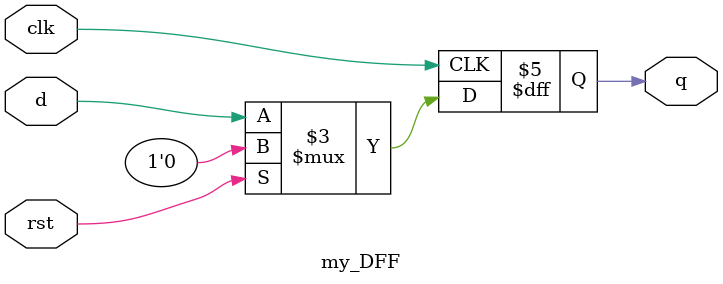
<source format=v>
`timescale 1ns / 1ps


module my_DFF(
    input d,
    input clk,
    input rst,
    output reg q
    );
    always @(posedge clk)
    if(rst)
        q <= 1'b0;
    else
        q <= d;
    
endmodule //dff

</source>
